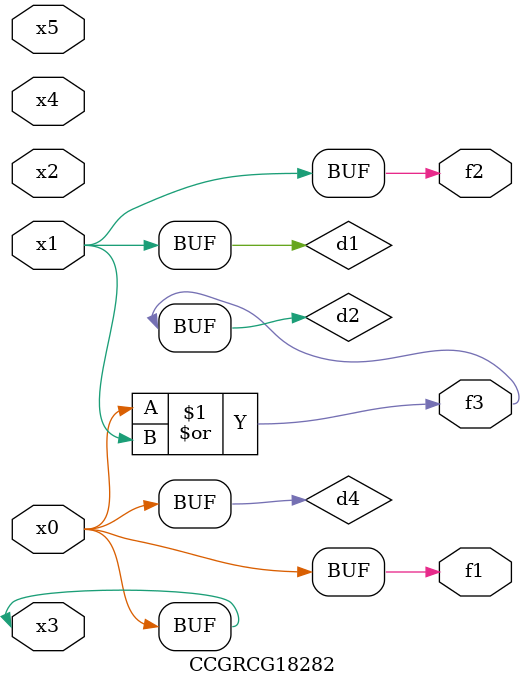
<source format=v>
module CCGRCG18282(
	input x0, x1, x2, x3, x4, x5,
	output f1, f2, f3
);

	wire d1, d2, d3, d4;

	and (d1, x1);
	or (d2, x0, x1);
	nand (d3, x0, x5);
	buf (d4, x0, x3);
	assign f1 = d4;
	assign f2 = d1;
	assign f3 = d2;
endmodule

</source>
